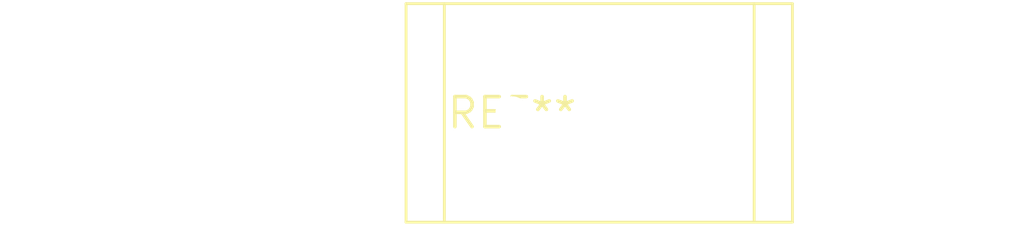
<source format=kicad_pcb>
(kicad_pcb (version 20240108) (generator pcbnew)
  (layers (0 "F.Cu" signal) (31 "B.Cu" signal) (34 "B.Paste" user) (35 "F.Paste" user) (36 "B.SilkS" user "B.Silkscreen") (37 "F.SilkS" user "F.Silkscreen") (38 "B.Mask" user) (39 "F.Mask" user) (44 "Edge.Cuts" user))
  (net 0 "")
  (footprint "R_Radial_Power_L16.1mm_W9.0mm_P7.37mm" (layer "F.Cu") (at 0 0)
    (property "Reference" "REF**")
    (property "Value" "R_Radial_Power_L16.1mm_W9.0mm_P7.37mm")
    (fp_line (start -4.485 -4.62) (end -4.485 4.62) (layer "F.SilkS") (stroke (width 0.12)))
    (fp_line (start -4.485 -4.62) (end 11.855 -4.62) (layer "F.SilkS") (stroke (width 0.12)))
    (fp_line (start -4.485 4.62) (end 11.855 4.62) (layer "F.SilkS") (stroke (width 0.12)))
    (fp_line (start -2.866 -4.62) (end -2.866 4.62) (layer "F.SilkS") (stroke (width 0.12)))
    (fp_line (start 10.236 -4.62) (end 10.236 4.62) (layer "F.SilkS") (stroke (width 0.12)))
    (fp_line (start 11.855 -4.62) (end 11.855 4.62) (layer "F.SilkS") (stroke (width 0.12)))
    (pad "1" thru_hole circle (at 0 0) (size 2.8 2.8) (drill 1.4) (layers *.Cu *.Mask) (remove_unused_layers))
    (pad "2" thru_hole circle (at 7.37 0) (size 2.8 2.8) (drill 1.4) (layers *.Cu *.Mask) (remove_unused_layers))
  )
)
</source>
